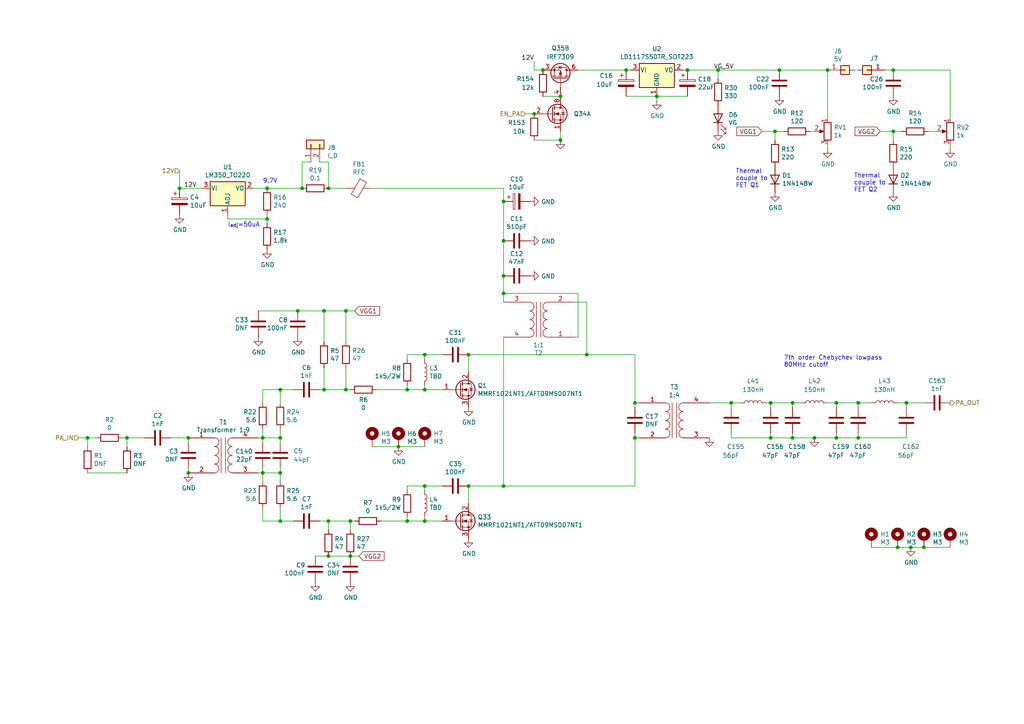
<source format=kicad_sch>
(kicad_sch (version 20211123) (generator eeschema)
  (paper "A4")
  (title_block (title "DART-70 TRX") (date "2023-02-02") (rev "0") (company "HB9EGM") (comment 1 "A 4m Band SSB/CW Transceiver") (comment 2 "Power Amplifier"))
  (lib_symbols
    (symbol "Connector_Generic:Conn_01x01" (pin_names (offset 1.016) hide)
      (property "Reference" "J" (at 0 2.54 0))
      (property "Value" "Conn_01x01" (at 0 -2.54 0))
      (symbol "Conn_01x01_1_1"
        (pin passive line (at -5.08 0 0) (length 3.81) (name "Pin_1") (number "1"))
      )
    )
    (symbol "Connector_Generic:Conn_01x02" (pin_names (offset 1.016) hide)
      (property "Reference" "J" (at 0 2.54 0))
      (property "Value" "Conn_01x02" (at 0 -5.08 0))
      (symbol "Conn_01x02_1_1"
        (pin passive line (at -5.08 0 0) (length 3.81) (name "Pin_1") (number "1"))
        (pin passive line (at -5.08 -2.54 0) (length 3.81) (name "Pin_2") (number "2"))
      )
    )
    (symbol "Device:C" (pin_numbers hide) (pin_names (offset 0.254))
      (property "Reference" "C" (at 0.635 2.54 0))
      (property "Value" "C" (at 0.635 -2.54 0))
      (symbol "C_1_1"
        (pin passive line (at 0 3.81 270) (length 2.794) (name "~") (number "1"))
        (pin passive line (at 0 -3.81 90) (length 2.794) (name "~") (number "2"))
      )
    )
    (symbol "Device:C_Polarized" (pin_numbers hide) (pin_names (offset 0.254))
      (property "Reference" "C" (at 0.635 2.54 0))
      (property "Value" "C_Polarized" (at 0.635 -2.54 0))
      (symbol "C_Polarized_1_1"
        (pin passive line (at 0 3.81 270) (length 2.794) (name "~") (number "1"))
        (pin passive line (at 0 -3.81 90) (length 2.794) (name "~") (number "2"))
      )
    )
    (symbol "Device:FerriteBead" (pin_numbers hide) (pin_names (offset 0))
      (property "Reference" "FB" (at -3.81 0.635 90))
      (property "Value" "FerriteBead" (at 3.81 0 90))
      (symbol "FerriteBead_1_1"
        (pin passive line (at 0 3.81 270) (length 2.54) (name "~") (number "1"))
        (pin passive line (at 0 -3.81 90) (length 2.54) (name "~") (number "2"))
      )
    )
    (symbol "Device:L" (pin_numbers hide) (pin_names (offset 1.016) hide)
      (property "Reference" "L" (at -1.27 0 90))
      (property "Value" "L" (at 1.905 0 90))
      (symbol "L_1_1"
        (pin passive line (at 0 3.81 270) (length 1.27) (name "1") (number "1"))
        (pin passive line (at 0 -3.81 90) (length 1.27) (name "2") (number "2"))
      )
    )
    (symbol "Device:LED" (pin_numbers hide) (pin_names (offset 1.016) hide)
      (property "Reference" "D" (at 0 2.54 0))
      (property "Value" "LED" (at 0 -2.54 0))
      (symbol "LED_1_1"
        (pin passive line (at -3.81 0 0) (length 2.54) (name "K") (number "1"))
        (pin passive line (at 3.81 0 180) (length 2.54) (name "A") (number "2"))
      )
    )
    (symbol "Device:Q_NMOS_GDS" (pin_names (offset 0) hide)
      (property "Reference" "Q" (at 5.08 1.27 0))
      (property "Value" "Q_NMOS_GDS" (at 5.08 -1.27 0))
      (symbol "Q_NMOS_GDS_1_1"
        (pin input line (at -5.08 0 0) (length 2.54) (name "G") (number "1"))
        (pin passive line (at 2.54 5.08 270) (length 2.54) (name "D") (number "2"))
        (pin passive line (at 2.54 -5.08 90) (length 2.54) (name "S") (number "3"))
      )
    )
    (symbol "Device:R" (pin_numbers hide) (pin_names (offset 0))
      (property "Reference" "R" (at 2.032 0 90))
      (property "Value" "R" (at 0 0 90))
      (symbol "R_1_1"
        (pin passive line (at 0 3.81 270) (length 1.27) (name "~") (number "1"))
        (pin passive line (at 0 -3.81 90) (length 1.27) (name "~") (number "2"))
      )
    )
    (symbol "Device:R_Potentiometer" (pin_names (offset 1.016) hide)
      (property "Reference" "RV" (at -4.445 0 90))
      (property "Value" "R_Potentiometer" (at -2.54 0 90))
      (symbol "R_Potentiometer_1_1"
        (pin passive line (at 0 3.81 270) (length 1.27) (name "1") (number "1"))
        (pin passive line (at 3.81 0 180) (length 1.27) (name "2") (number "2"))
        (pin passive line (at 0 -3.81 90) (length 1.27) (name "3") (number "3"))
      )
    )
    (symbol "Device:Transformer_1P_1S" (pin_names (offset 1.016) hide)
      (property "Reference" "T" (at 0 6.35 0))
      (property "Value" "Transformer_1P_1S" (at 0 -7.62 0))
      (symbol "Transformer_1P_1S_1_1"
        (pin passive line (at -10.16 5.08 0) (length 7.62) (name "AA") (number "1"))
        (pin passive line (at -10.16 -5.08 0) (length 7.62) (name "AB") (number "2"))
        (pin passive line (at 10.16 -5.08 180) (length 7.62) (name "SA") (number "3"))
        (pin passive line (at 10.16 5.08 180) (length 7.62) (name "SB") (number "4"))
      )
    )
    (symbol "Diode:1N4148W" (pin_numbers hide) (pin_names hide)
      (property "Reference" "D" (at 0 2.54 0))
      (property "Value" "1N4148W" (at 0 -2.54 0))
      (symbol "1N4148W_1_1"
        (pin passive line (at -3.81 0 0) (length 2.54) (name "K") (number "1"))
        (pin passive line (at 3.81 0 180) (length 2.54) (name "A") (number "2"))
      )
    )
    (symbol "Mechanical:MountingHole_Pad" (pin_numbers hide) (pin_names (offset 1.016) hide)
      (property "Reference" "H" (at 0 6.35 0))
      (property "Value" "MountingHole_Pad" (at 0 4.445 0))
      (symbol "MountingHole_Pad_1_1"
        (pin input line (at 0 -2.54 90) (length 2.54) (name "1") (number "1"))
      )
    )
    (symbol "Regulator_Linear:LD1117S50TR_SOT223" (pin_names (offset 0.254))
      (property "Reference" "U" (at -3.81 3.175 0))
      (property "Value" "LD1117S50TR_SOT223" (at 0 3.175 0))
      (symbol "LD1117S50TR_SOT223_1_1"
        (pin power_in line (at 0 -7.62 90) (length 2.54) (name "GND") (number "1"))
        (pin power_out line (at 7.62 0 180) (length 2.54) (name "VO") (number "2"))
        (pin power_in line (at -7.62 0 0) (length 2.54) (name "VI") (number "3"))
      )
    )
    (symbol "Regulator_Linear:LM350_TO220" (pin_names (offset 0.254))
      (property "Reference" "U" (at -3.81 3.175 0))
      (property "Value" "LM350_TO220" (at 0 3.175 0))
      (symbol "LM350_TO220_1_1"
        (pin input line (at 0 -7.62 90) (length 2.54) (name "ADJ") (number "1"))
        (pin power_out line (at 7.62 0 180) (length 2.54) (name "VO") (number "2"))
        (pin power_in line (at -7.62 0 0) (length 2.54) (name "VI") (number "3"))
      )
    )
    (symbol "Transistor_FET:IRF7309IPBF" (pin_names hide)
      (property "Reference" "Q" (at 5.08 1.905 0))
      (property "Value" "IRF7309IPBF" (at 5.08 0 0))
      (symbol "IRF7309IPBF_1_1"
        (pin passive line (at 2.54 -5.08 90) (length 2.54) (name "S") (number "1"))
        (pin input line (at -5.08 0 0) (length 2.54) (name "G") (number "2"))
        (pin passive line (at 2.54 5.08 270) (length 2.54) hide (name "D") (number "7"))
        (pin passive line (at 2.54 5.08 270) (length 2.54) (name "D") (number "8"))
      )
      (symbol "IRF7309IPBF_2_1"
        (pin passive line (at 2.54 -5.08 90) (length 2.54) (name "1") (number "3"))
        (pin input line (at -5.08 0 0) (length 2.54) (name "G") (number "4"))
        (pin passive line (at 2.54 5.08 270) (length 2.54) hide (name "D") (number "5"))
        (pin passive line (at 2.54 5.08 270) (length 2.54) (name "D") (number "6"))
      )
    )
    (symbol "power:GND" (power) (pin_names (offset 0))
      (property "Value" "GND" (at 0 -3.81 0))
      (symbol "GND_1_1"
        (pin power_in line (at 0 0 270) (length 0) hide (name "GND") (number "1"))
      )
    )
  )
  (junction (at 259.08 20.32))
  (junction (at 100.33 113.03))
  (junction (at 223.52 116.84))
  (junction (at 229.87 127))
  (junction (at 118.11 113.03))
  (junction (at 248.92 127))
  (junction (at 146.05 140.97))
  (junction (at 87.63 54.61))
  (junction (at 260.35 158.75))
  (junction (at 184.15 116.84))
  (junction (at 154.94 33.02))
  (junction (at 93.98 90.17))
  (junction (at 236.22 127))
  (junction (at 146.05 58.42))
  (junction (at 162.56 40.64))
  (junction (at 86.36 90.17))
  (junction (at 190.5 27.94))
  (junction (at 264.16 158.75))
  (junction (at 115.57 129.54))
  (junction (at 36.83 127))
  (junction (at 212.09 116.84))
  (junction (at 100.33 90.17))
  (junction (at 146.05 80.01))
  (junction (at 259.08 38.1))
  (junction (at 240.03 20.32))
  (junction (at 170.18 102.87))
  (junction (at 135.89 140.97))
  (junction (at 184.15 127))
  (junction (at 81.28 113.03))
  (junction (at 54.61 137.16))
  (junction (at 123.19 102.87))
  (junction (at 123.19 151.13))
  (junction (at 199.39 20.32))
  (junction (at 118.11 151.13))
  (junction (at 224.79 38.1))
  (junction (at 81.28 137.16))
  (junction (at 95.25 54.61))
  (junction (at 95.25 151.13))
  (junction (at 267.97 158.75))
  (junction (at 248.92 116.84))
  (junction (at 52.07 54.61))
  (junction (at 76.2 137.16))
  (junction (at 135.89 102.87))
  (junction (at 242.57 116.84))
  (junction (at 146.05 69.85))
  (junction (at 81.28 151.13))
  (junction (at 229.87 116.84))
  (junction (at 93.98 113.03))
  (junction (at 77.47 63.5))
  (junction (at 123.19 113.03))
  (junction (at 95.25 161.29))
  (junction (at 242.57 127))
  (junction (at 157.48 20.32))
  (junction (at 223.52 127))
  (junction (at 54.61 127))
  (junction (at 208.28 20.32))
  (junction (at 146.05 85.09))
  (junction (at 101.6 161.29))
  (junction (at 25.4 127))
  (junction (at 77.47 54.61))
  (junction (at 226.06 20.32))
  (junction (at 81.28 127))
  (junction (at 181.61 20.32))
  (junction (at 162.56 27.94))
  (junction (at 262.89 116.84))
  (junction (at 101.6 151.13))
  (junction (at 123.19 140.97))
  (junction (at 76.2 127))
  (wire (pts (xy 100.33 99.06) (xy 100.33 90.17)))
  (wire (pts (xy 262.89 125.73) (xy 262.89 127)))
  (wire (pts (xy 223.52 116.84) (xy 229.87 116.84)))
  (wire (pts (xy 93.98 113.03) (xy 93.98 106.68)))
  (wire (pts (xy 166.37 87.63) (xy 170.18 87.63)))
  (wire (pts (xy 81.28 124.46) (xy 81.28 127)))
  (wire (pts (xy 212.09 118.11) (xy 212.09 116.84)))
  (wire (pts (xy 76.2 135.89) (xy 76.2 137.16)))
  (wire (pts (xy 76.2 139.7) (xy 76.2 137.16)))
  (wire (pts (xy 101.6 151.13) (xy 95.25 151.13)))
  (wire (pts (xy 76.2 137.16) (xy 74.93 137.16)))
  (wire (pts (xy 81.28 139.7) (xy 81.28 137.16)))
  (wire (pts (xy 146.05 97.79) (xy 146.05 140.97)))
  (wire (pts (xy 229.87 125.73) (xy 229.87 127)))
  (wire (pts (xy 123.19 140.97) (xy 118.11 140.97)))
  (wire (pts (xy 242.57 125.73) (xy 242.57 127)))
  (wire (pts (xy 85.09 113.03) (xy 81.28 113.03)))
  (wire (pts (xy 259.08 38.1) (xy 261.62 38.1)))
  (wire (pts (xy 198.12 20.32) (xy 199.39 20.32)))
  (wire (pts (xy 135.89 140.97) (xy 146.05 140.97)))
  (wire (pts (xy 100.33 113.03) (xy 101.6 113.03)))
  (wire (pts (xy 146.05 54.61) (xy 146.05 58.42)))
  (wire (pts (xy 262.89 116.84) (xy 267.97 116.84)))
  (wire (pts (xy 212.09 127) (xy 212.09 125.73)))
  (wire (pts (xy 152.4 33.02) (xy 154.94 33.02)))
  (wire (pts (xy 275.59 34.29) (xy 275.59 20.32)))
  (wire (pts (xy 184.15 125.73) (xy 184.15 127)))
  (wire (pts (xy 123.19 113.03) (xy 128.27 113.03)))
  (wire (pts (xy 95.25 161.29) (xy 101.6 161.29)))
  (wire (pts (xy 223.52 125.73) (xy 223.52 127)))
  (wire (pts (xy 101.6 161.29) (xy 104.14 161.29)))
  (wire (pts (xy 260.35 158.75) (xy 264.16 158.75)))
  (wire (pts (xy 93.98 99.06) (xy 93.98 90.17)))
  (wire (pts (xy 184.15 116.84) (xy 184.15 118.11)))
  (wire (pts (xy 157.48 27.94) (xy 162.56 27.94)))
  (wire (pts (xy 92.71 46.99) (xy 95.25 46.99)))
  (wire (pts (xy 123.19 111.76) (xy 123.19 113.03)))
  (wire (pts (xy 118.11 111.76) (xy 118.11 113.03)))
  (wire (pts (xy 123.19 104.14) (xy 123.19 102.87)))
  (wire (pts (xy 229.87 127) (xy 223.52 127)))
  (wire (pts (xy 102.87 90.17) (xy 100.33 90.17)))
  (wire (pts (xy 128.27 140.97) (xy 123.19 140.97)))
  (wire (pts (xy 222.25 116.84) (xy 223.52 116.84)))
  (wire (pts (xy 248.92 116.84) (xy 242.57 116.84)))
  (wire (pts (xy 262.89 116.84) (xy 262.89 118.11)))
  (wire (pts (xy 162.56 38.1) (xy 162.56 40.64)))
  (wire (pts (xy 76.2 113.03) (xy 81.28 113.03)))
  (wire (pts (xy 52.07 54.61) (xy 58.42 54.61)))
  (wire (pts (xy 76.2 127) (xy 76.2 128.27)))
  (wire (pts (xy 81.28 127) (xy 76.2 127)))
  (wire (pts (xy 22.86 127) (xy 25.4 127)))
  (wire (pts (xy 205.74 116.84) (xy 212.09 116.84)))
  (wire (pts (xy 166.37 97.79) (xy 167.64 97.79)))
  (wire (pts (xy 36.83 129.54) (xy 36.83 127)))
  (wire (pts (xy 25.4 127) (xy 27.94 127)))
  (wire (pts (xy 93.98 90.17) (xy 86.36 90.17)))
  (wire (pts (xy 267.97 158.75) (xy 275.59 158.75)))
  (wire (pts (xy 66.04 63.5) (xy 77.47 63.5)))
  (wire (pts (xy 223.52 116.84) (xy 223.52 118.11)))
  (wire (pts (xy 81.28 135.89) (xy 81.28 137.16)))
  (wire (pts (xy 242.57 127) (xy 236.22 127)))
  (wire (pts (xy 181.61 27.94) (xy 190.5 27.94)))
  (wire (pts (xy 162.56 40.64) (xy 154.94 40.64)))
  (wire (pts (xy 66.04 63.5) (xy 66.04 62.23)))
  (wire (pts (xy 252.73 116.84) (xy 248.92 116.84)))
  (wire (pts (xy 73.66 54.61) (xy 77.47 54.61)))
  (wire (pts (xy 107.95 54.61) (xy 146.05 54.61)))
  (wire (pts (xy 256.54 20.32) (xy 259.08 20.32)))
  (wire (pts (xy 36.83 137.16) (xy 25.4 137.16)))
  (wire (pts (xy 259.08 40.64) (xy 259.08 38.1)))
  (wire (pts (xy 123.19 151.13) (xy 128.27 151.13)))
  (wire (pts (xy 100.33 90.17) (xy 93.98 90.17)))
  (wire (pts (xy 49.53 127) (xy 54.61 127)))
  (wire (pts (xy 236.22 127) (xy 229.87 127)))
  (wire (pts (xy 81.28 113.03) (xy 81.28 116.84)))
  (wire (pts (xy 242.57 116.84) (xy 242.57 118.11)))
  (polyline (pts (xy 246.38 20.32) (xy 250.19 20.32)))
  (wire (pts (xy 95.25 54.61) (xy 95.25 46.99)))
  (wire (pts (xy 123.19 142.24) (xy 123.19 140.97)))
  (wire (pts (xy 135.89 107.95) (xy 135.89 102.87)))
  (wire (pts (xy 242.57 116.84) (xy 240.03 116.84)))
  (wire (pts (xy 264.16 158.75) (xy 267.97 158.75)))
  (wire (pts (xy 81.28 137.16) (xy 76.2 137.16)))
  (wire (pts (xy 240.03 34.29) (xy 240.03 20.32)))
  (wire (pts (xy 224.79 40.64) (xy 224.79 38.1)))
  (wire (pts (xy 101.6 153.67) (xy 101.6 151.13)))
  (wire (pts (xy 262.89 127) (xy 248.92 127)))
  (wire (pts (xy 123.19 102.87) (xy 118.11 102.87)))
  (wire (pts (xy 54.61 135.89) (xy 54.61 137.16)))
  (wire (pts (xy 248.92 116.84) (xy 248.92 118.11)))
  (wire (pts (xy 35.56 127) (xy 36.83 127)))
  (wire (pts (xy 76.2 116.84) (xy 76.2 113.03)))
  (wire (pts (xy 76.2 127) (xy 74.93 127)))
  (wire (pts (xy 95.25 54.61) (xy 100.33 54.61)))
  (wire (pts (xy 199.39 20.32) (xy 208.28 20.32)))
  (wire (pts (xy 91.44 161.29) (xy 95.25 161.29)))
  (wire (pts (xy 115.57 129.54) (xy 123.19 129.54)))
  (wire (pts (xy 167.64 20.32) (xy 181.61 20.32)))
  (wire (pts (xy 109.22 113.03) (xy 118.11 113.03)))
  (wire (pts (xy 275.59 43.18) (xy 275.59 41.91)))
  (wire (pts (xy 76.2 124.46) (xy 76.2 127)))
  (wire (pts (xy 190.5 27.94) (xy 199.39 27.94)))
  (wire (pts (xy 181.61 20.32) (xy 182.88 20.32)))
  (wire (pts (xy 118.11 151.13) (xy 123.19 151.13)))
  (wire (pts (xy 118.11 149.86) (xy 118.11 151.13)))
  (wire (pts (xy 135.89 102.87) (xy 170.18 102.87)))
  (wire (pts (xy 118.11 113.03) (xy 123.19 113.03)))
  (wire (pts (xy 252.73 158.75) (xy 260.35 158.75)))
  (wire (pts (xy 269.24 38.1) (xy 271.78 38.1)))
  (wire (pts (xy 224.79 38.1) (xy 220.98 38.1)))
  (wire (pts (xy 128.27 102.87) (xy 123.19 102.87)))
  (wire (pts (xy 81.28 128.27) (xy 81.28 127)))
  (wire (pts (xy 77.47 64.77) (xy 77.47 63.5)))
  (wire (pts (xy 77.47 63.5) (xy 77.47 62.23)))
  (wire (pts (xy 76.2 151.13) (xy 76.2 147.32)))
  (wire (pts (xy 240.03 43.18) (xy 240.03 41.91)))
  (wire (pts (xy 184.15 127) (xy 185.42 127)))
  (wire (pts (xy 229.87 116.84) (xy 232.41 116.84)))
  (wire (pts (xy 227.33 38.1) (xy 224.79 38.1)))
  (wire (pts (xy 146.05 80.01) (xy 146.05 85.09)))
  (wire (pts (xy 190.5 29.21) (xy 190.5 27.94)))
  (wire (pts (xy 25.4 129.54) (xy 25.4 127)))
  (wire (pts (xy 36.83 127) (xy 41.91 127)))
  (wire (pts (xy 255.27 38.1) (xy 259.08 38.1)))
  (wire (pts (xy 135.89 140.97) (xy 135.89 146.05)))
  (wire (pts (xy 93.98 113.03) (xy 100.33 113.03)))
  (wire (pts (xy 167.64 97.79) (xy 167.64 85.09)))
  (wire (pts (xy 208.28 22.86) (xy 208.28 20.32)))
  (wire (pts (xy 95.25 153.67) (xy 95.25 151.13)))
  (wire (pts (xy 77.47 54.61) (xy 87.63 54.61)))
  (wire (pts (xy 154.94 17.78) (xy 154.94 20.32)))
  (wire (pts (xy 184.15 116.84) (xy 184.15 102.87)))
  (wire (pts (xy 167.64 85.09) (xy 146.05 85.09)))
  (wire (pts (xy 229.87 118.11) (xy 229.87 116.84)))
  (wire (pts (xy 95.25 151.13) (xy 92.71 151.13)))
  (wire (pts (xy 102.87 151.13) (xy 101.6 151.13)))
  (wire (pts (xy 154.94 20.32) (xy 157.48 20.32)))
  (wire (pts (xy 184.15 140.97) (xy 184.15 127)))
  (wire (pts (xy 170.18 87.63) (xy 170.18 102.87)))
  (wire (pts (xy 146.05 140.97) (xy 184.15 140.97)))
  (wire (pts (xy 184.15 102.87) (xy 170.18 102.87)))
  (wire (pts (xy 275.59 20.32) (xy 259.08 20.32)))
  (wire (pts (xy 146.05 85.09) (xy 146.05 87.63)))
  (wire (pts (xy 107.95 129.54) (xy 115.57 129.54)))
  (wire (pts (xy 248.92 125.73) (xy 248.92 127)))
  (wire (pts (xy 81.28 151.13) (xy 81.28 147.32)))
  (wire (pts (xy 240.03 20.32) (xy 226.06 20.32)))
  (wire (pts (xy 248.92 127) (xy 242.57 127)))
  (wire (pts (xy 54.61 128.27) (xy 54.61 127)))
  (wire (pts (xy 234.95 38.1) (xy 236.22 38.1)))
  (wire (pts (xy 118.11 102.87) (xy 118.11 104.14)))
  (wire (pts (xy 146.05 58.42) (xy 146.05 69.85)))
  (wire (pts (xy 118.11 140.97) (xy 118.11 142.24)))
  (wire (pts (xy 260.35 116.84) (xy 262.89 116.84)))
  (wire (pts (xy 110.49 151.13) (xy 118.11 151.13)))
  (wire (pts (xy 52.07 49.53) (xy 52.07 54.61)))
  (wire (pts (xy 212.09 116.84) (xy 214.63 116.84)))
  (wire (pts (xy 185.42 116.84) (xy 184.15 116.84)))
  (wire (pts (xy 100.33 106.68) (xy 100.33 113.03)))
  (wire (pts (xy 146.05 69.85) (xy 146.05 80.01)))
  (wire (pts (xy 208.28 20.32) (xy 226.06 20.32)))
  (wire (pts (xy 90.17 46.99) (xy 87.63 46.99)))
  (wire (pts (xy 85.09 151.13) (xy 81.28 151.13)))
  (wire (pts (xy 81.28 151.13) (xy 76.2 151.13)))
  (wire (pts (xy 123.19 149.86) (xy 123.19 151.13)))
  (wire (pts (xy 87.63 46.99) (xy 87.63 54.61)))
  (wire (pts (xy 223.52 127) (xy 212.09 127)))
  (wire (pts (xy 92.71 113.03) (xy 93.98 113.03)))
  (wire (pts (xy 74.93 90.17) (xy 86.36 90.17)))
  (text "Thermal\ncouple to\nFET Q2" (at 247.65 55.88 0) (effects (font (size 1.27 1.27)) (justify left bottom)))
  (text "9.7V" (at 76.2 53.34 0) (effects (font (size 1.27 1.27)) (justify left bottom)))
  (text "Thermal\ncouple to\nFET Q1" (at 213.36 54.61 0) (effects (font (size 1.27 1.27)) (justify left bottom)))
  (text "I_{adj}=50uA" (at 66.04 66.04 0) (effects (font (size 1.27 1.27)) (justify left bottom)))
  (text "7th order Chebychev lowpass\n80MHz cutoff" (at 227.33 106.68 0) (effects (font (size 1.27 1.27)) (justify left bottom)))
  (label "12V" (at 53.34 54.61 0))
  (label "VG_5V" (at 207.01 20.32 0))
  (label "12V" (at 154.94 17.78 180))
  (global_label "VGG2" (shape input) (at 104.14 161.29 0) (property "Intersheet References" "${INTERSHEET_REFS}" (effects hide)))
  (global_label "VGG1" (shape input) (at 102.87 90.17 0) (property "Intersheet References" "${INTERSHEET_REFS}" (effects hide)))
  (global_label "VGG2" (shape input) (at 255.27 38.1 180) (property "Intersheet References" "${INTERSHEET_REFS}" (effects hide)))
  (global_label "VGG1" (shape input) (at 220.98 38.1 180) (property "Intersheet References" "${INTERSHEET_REFS}" (effects hide)))
  (hierarchical_label "EN_PA" (shape input) (at 152.4 33.02 180))
  (hierarchical_label "PA_OUT" (shape output) (at 275.59 116.84 0))
  (hierarchical_label "12V" (shape input) (at 52.07 49.53 180))
  (hierarchical_label "PA_IN" (shape input) (at 22.86 127 180))
  (symbol (lib_id "Device:R") (at 224.79 44.45 0) (unit 1)
    (property "Reference" "R13" (at 226.568 43.2816 0) (effects (justify left)))
    (property "Value" "220" (at 226.568 45.593 0) (effects (justify left)))
    (property "Footprint" "Resistor_SMD:R_0805_2012Metric" (effects hide))
    (property "Need_order" "0" (effects hide))
  )
  (symbol (lib_id "Device:Transformer_1P_1S") (at 195.58 121.92 0) (unit 1)
    (property "Reference" "T3" (at 195.58 112.2426 0))
    (property "Value" "1:4" (at 195.58 114.554 0))
    (property "Footprint" "mmrf1021-pa:four_4mm_pads" (effects hide))
    (property "Need_order" "0" (effects hide))
  )
  (symbol (lib_id "Device:C") (at 184.15 121.92 180) (unit 1)
    (property "Reference" "C17" (at 187.071 120.7516 0) (effects (justify right)))
    (property "Value" "DNF" (at 187.071 123.063 0) (effects (justify right)))
    (property "Footprint" "mmrf1021-pa:two_2mm_pads" (effects hide))
    (property "Need_order" "0" (effects hide))
  )
  (symbol (lib_id "Device:C") (at 45.72 127 270) (unit 1)
    (property "Reference" "C2" (at 45.72 120.5992 90))
    (property "Value" "1nF" (at 45.72 122.9106 90))
    (property "Footprint" "Capacitor_SMD:C_0805_2012Metric" (effects hide))
    (property "MPN" "885612007040/VJ0805A102GXXPW1BC" (effects hide))
    (property "Need_order" "0" (effects hide))
  )
  (symbol (lib_id "Device:R_Potentiometer") (at 240.03 38.1 0) (mirror y) (unit 1)
    (property "Reference" "RV1" (at 241.808 36.9316 0) (effects (justify right)))
    (property "Value" "1k" (at 241.808 39.243 0) (effects (justify right)))
    (property "Footprint" "Potentiometer_SMD:Potentiometer_Bourns_3214W_Vertical" (effects hide))
    (property "MPN" "Bourns 3214W-1-102E" (effects hide))
    (property "Need_order" "0" (effects hide))
  )
  (symbol (lib_id "Device:C") (at 226.06 24.13 180) (unit 1)
    (property "Reference" "C22" (at 223.1644 22.9616 0) (effects (justify left)))
    (property "Value" "100nF" (at 223.1644 25.273 0) (effects (justify left)))
    (property "Footprint" "Capacitor_SMD:C_0805_2012Metric" (effects hide))
    (property "MPN" "GRM188R71H104KA93D" (effects hide))
    (property "Need_order" "0" (effects hide))
  )
  (symbol (lib_id "power:GND") (at 226.06 27.94 0) (unit 1)
    (property "Reference" "#PWR023" (effects hide))
    (property "Value" "GND" (at 226.187 32.3342 0))
  )
  (symbol (lib_id "Mechanical:MountingHole_Pad") (at 252.73 156.21 0) (unit 1)
    (property "Reference" "H1" (at 255.27 154.9654 0) (effects (justify left)))
    (property "Value" "M3" (at 255.27 157.2768 0) (effects (justify left)))
    (property "Footprint" "MountingHole:MountingHole_3.2mm_M3_DIN965_Pad" (effects hide))
    (property "Need_order" "0" (effects hide))
  )
  (symbol (lib_id "Mechanical:MountingHole_Pad") (at 260.35 156.21 0) (unit 1)
    (property "Reference" "H2" (at 262.89 154.9654 0) (effects (justify left)))
    (property "Value" "M3" (at 262.89 157.2768 0) (effects (justify left)))
    (property "Footprint" "MountingHole:MountingHole_3.2mm_M3_DIN965_Pad" (effects hide))
    (property "Need_order" "0" (effects hide))
  )
  (symbol (lib_id "Mechanical:MountingHole_Pad") (at 267.97 156.21 0) (unit 1)
    (property "Reference" "H3" (at 270.51 154.9654 0) (effects (justify left)))
    (property "Value" "M3" (at 270.51 157.2768 0) (effects (justify left)))
    (property "Footprint" "MountingHole:MountingHole_3.2mm_M3_DIN965_Pad" (effects hide))
    (property "Need_order" "0" (effects hide))
  )
  (symbol (lib_id "Mechanical:MountingHole_Pad") (at 275.59 156.21 0) (unit 1)
    (property "Reference" "H4" (at 278.13 154.9654 0) (effects (justify left)))
    (property "Value" "M3" (at 278.13 157.2768 0) (effects (justify left)))
    (property "Footprint" "MountingHole:MountingHole_3.2mm_M3_DIN965_Pad" (effects hide))
    (property "Need_order" "0" (effects hide))
  )
  (symbol (lib_id "power:GND") (at 264.16 158.75 0) (unit 1)
    (property "Reference" "#PWR08" (effects hide))
    (property "Value" "GND" (at 264.287 163.1442 0))
  )
  (symbol (lib_id "Diode:1N4148W") (at 224.79 52.07 90) (unit 1)
    (property "Reference" "D1" (at 226.822 50.9016 90) (effects (justify right)))
    (property "Value" "1N4148W" (at 226.822 53.213 90) (effects (justify right)))
    (property "Footprint" "Diode_SMD:D_SOD-123F" (effects hide))
    (property "Datasheet" "/home/bram/Sync/Doc/Datasheet/1N4148W-7-F.pdf" (effects hide))
    (property "MPN" "1N4148W-7-F" (effects hide))
    (property "Need_order" "1" (effects hide))
  )
  (symbol (lib_id "power:GND") (at 224.79 55.88 0) (unit 1)
    (property "Reference" "#PWR024" (effects hide))
    (property "Value" "GND" (at 224.917 60.2742 0))
  )
  (symbol (lib_id "Mechanical:MountingHole_Pad") (at 123.19 127 0) (unit 1)
    (property "Reference" "H7" (at 125.73 125.7554 0) (effects (justify left)))
    (property "Value" "M3" (at 125.73 128.0668 0) (effects (justify left)))
    (property "Footprint" "MountingHole:MountingHole_3.2mm_M3_DIN965_Pad" (effects hide))
    (property "Need_order" "0" (effects hide))
  )
  (symbol (lib_id "Device:R") (at 100.33 102.87 0) (unit 1)
    (property "Reference" "R26" (at 102.108 101.7016 0) (effects (justify left)))
    (property "Value" "47" (at 102.108 104.013 0) (effects (justify left)))
    (property "Footprint" "Resistor_SMD:R_0805_2012Metric" (effects hide))
    (property "Need_order" "0" (effects hide))
  )
  (symbol (lib_id "Device:R") (at 101.6 157.48 0) (unit 1)
    (property "Reference" "R27" (at 103.378 156.3116 0) (effects (justify left)))
    (property "Value" "47" (at 103.378 158.623 0) (effects (justify left)))
    (property "Footprint" "Resistor_SMD:R_0805_2012Metric" (effects hide))
    (property "Need_order" "0" (effects hide))
  )
  (symbol (lib_id "Device:R") (at 81.28 143.51 0) (unit 1)
    (property "Reference" "R25" (at 83.058 142.3416 0) (effects (justify left)))
    (property "Value" "5.6" (at 83.058 144.653 0) (effects (justify left)))
    (property "Footprint" "Resistor_SMD:R_0805_2012Metric" (effects hide))
    (property "Need_order" "0" (effects hide))
  )
  (symbol (lib_id "Device:R") (at 76.2 143.51 0) (unit 1)
    (property "Reference" "R23" (at 74.4474 142.3416 0) (effects (justify right)))
    (property "Value" "5.6" (at 74.4474 144.653 0) (effects (justify right)))
    (property "Footprint" "Resistor_SMD:R_0805_2012Metric" (effects hide))
    (property "Need_order" "0" (effects hide))
  )
  (symbol (lib_id "Device:Transformer_1P_1S") (at 64.77 132.08 0) (unit 1)
    (property "Reference" "T1" (at 64.77 122.4026 0))
    (property "Value" "Transformer 1:9" (at 64.77 124.714 0))
    (property "Footprint" "mmrf1021-pa:four_4mm_pads_narrow" (effects hide))
    (property "Need_order" "0" (effects hide))
  )
  (symbol (lib_id "power:GND") (at 54.61 137.16 0) (unit 1)
    (property "Reference" "#PWR03" (effects hide))
    (property "Value" "GND" (at 54.737 141.5542 0))
  )
  (symbol (lib_id "Device:C") (at 54.61 132.08 180) (unit 1)
    (property "Reference" "C3" (at 51.7144 130.9116 0) (effects (justify left)))
    (property "Value" "DNF" (at 51.7144 133.223 0) (effects (justify left)))
    (property "Footprint" "Capacitor_SMD:C_0805_2012Metric" (effects hide))
    (property "Need_order" "0" (effects hide))
  )
  (symbol (lib_id "Device:R") (at 81.28 120.65 0) (unit 1)
    (property "Reference" "R24" (at 83.058 119.4816 0) (effects (justify left)))
    (property "Value" "5.6" (at 83.058 121.793 0) (effects (justify left)))
    (property "Footprint" "Resistor_SMD:R_0805_2012Metric" (effects hide))
    (property "Need_order" "0" (effects hide))
  )
  (symbol (lib_id "Device:R") (at 76.2 120.65 0) (unit 1)
    (property "Reference" "R22" (at 74.4474 119.4816 0) (effects (justify right)))
    (property "Value" "5.6" (at 74.4474 121.793 0) (effects (justify right)))
    (property "Footprint" "Resistor_SMD:R_0805_2012Metric" (effects hide))
    (property "Need_order" "0" (effects hide))
  )
  (symbol (lib_id "Device:C") (at 81.28 132.08 180) (unit 1)
    (property "Reference" "C5" (at 85.09 130.8099 0) (effects (justify right)))
    (property "Value" "44pF" (at 85.09 133.3499 0) (effects (justify right)))
    (property "Footprint" "Capacitor_SMD:C_0805_2012Metric" (effects hide))
    (property "MPN" "GQM2195C2E220JB2D" (effects hide))
    (property "Need_order" "0" (effects hide))
  )
  (symbol (lib_id "Device:C") (at 88.9 113.03 90) (unit 1)
    (property "Reference" "C6" (at 88.9 106.6292 90))
    (property "Value" "1nF" (at 88.9 108.9406 90))
    (property "Footprint" "Capacitor_SMD:C_0805_2012Metric" (effects hide))
    (property "MPN" "885612007040/VJ0805A102GXXPW1BC" (effects hide))
    (property "Need_order" "0" (effects hide))
  )
  (symbol (lib_id "Device:C") (at 88.9 151.13 90) (unit 1)
    (property "Reference" "C7" (at 88.9 144.7292 90))
    (property "Value" "1nF" (at 88.9 147.0406 90))
    (property "Footprint" "Capacitor_SMD:C_0805_2012Metric" (effects hide))
    (property "MPN" "885612007040/VJ0805A102GXXPW1BC" (effects hide))
    (property "Need_order" "0" (effects hide))
  )
  (symbol (lib_id "Device:R") (at 93.98 102.87 0) (unit 1)
    (property "Reference" "R5" (at 95.758 101.7016 0) (effects (justify left)))
    (property "Value" "47" (at 95.758 104.013 0) (effects (justify left)))
    (property "Footprint" "Resistor_SMD:R_0805_2012Metric" (effects hide))
    (property "Need_order" "0" (effects hide))
  )
  (symbol (lib_id "Device:C") (at 86.36 93.98 180) (unit 1)
    (property "Reference" "C8" (at 83.4644 92.8116 0) (effects (justify left)))
    (property "Value" "100nF" (at 83.4644 95.123 0) (effects (justify left)))
    (property "Footprint" "Capacitor_SMD:C_0805_2012Metric" (effects hide))
    (property "MPN" "GRM188R71H104KA93D" (effects hide))
    (property "Need_order" "0" (effects hide))
  )
  (symbol (lib_id "power:GND") (at 86.36 97.79 0) (unit 1)
    (property "Reference" "#PWR06" (effects hide))
    (property "Value" "GND" (at 86.487 102.1842 0))
  )
  (symbol (lib_id "Device:R") (at 95.25 157.48 0) (unit 1)
    (property "Reference" "R4" (at 97.028 156.3116 0) (effects (justify left)))
    (property "Value" "47" (at 97.028 158.623 0) (effects (justify left)))
    (property "Footprint" "Resistor_SMD:R_0805_2012Metric" (effects hide))
    (property "Need_order" "0" (effects hide))
  )
  (symbol (lib_id "power:GND") (at 91.44 168.91 0) (unit 1)
    (property "Reference" "#PWR07" (effects hide))
    (property "Value" "GND" (at 91.567 173.3042 0))
  )
  (symbol (lib_id "Device:R") (at 106.68 151.13 270) (unit 1)
    (property "Reference" "R7" (at 106.68 145.8722 90))
    (property "Value" "0" (at 106.68 148.1836 90))
    (property "Footprint" "Resistor_SMD:R_0805_2012Metric" (effects hide))
    (property "Need_order" "0" (effects hide))
  )
  (symbol (lib_id "Device:R") (at 105.41 113.03 270) (unit 1)
    (property "Reference" "R6" (at 105.41 115.951 90))
    (property "Value" "0" (at 105.41 118.2624 90))
    (property "Footprint" "Resistor_SMD:R_0805_2012Metric" (effects hide))
    (property "Need_order" "0" (effects hide))
  )
  (symbol (lib_id "Device:R") (at 118.11 146.05 0) (unit 1)
    (property "Reference" "R9" (at 116.332 144.8816 0) (effects (justify right)))
    (property "Value" "1k5/2W" (at 116.332 147.193 0) (effects (justify right)))
    (property "Footprint" "Resistor_SMD:R_0805_2012Metric" (effects hide))
    (property "Need_order" "0" (effects hide))
  )
  (symbol (lib_id "Device:L") (at 123.19 146.05 0) (unit 1)
    (property "Reference" "L4" (at 124.5108 144.8816 0) (effects (justify left)))
    (property "Value" "TBD" (at 124.5108 147.193 0) (effects (justify left)))
    (property "Footprint" "Inductor_SMD:L_1008_2520Metric" (effects hide))
  )
  (symbol (lib_id "power:GND") (at 101.6 168.91 0) (unit 1)
    (property "Reference" "#PWR0101" (effects hide))
    (property "Value" "GND" (at 101.727 173.3042 0))
  )
  (symbol (lib_id "Device:C") (at 101.6 165.1 180) (unit 1)
    (property "Reference" "C34" (at 98.7044 163.9316 0) (effects (justify left)))
    (property "Value" "DNF" (at 98.7044 166.243 0) (effects (justify left)))
    (property "Footprint" "Capacitor_SMD:C_0805_2012Metric" (effects hide))
    (property "Need_order" "0" (effects hide))
  )
  (symbol (lib_id "power:GND") (at 135.89 156.21 0) (unit 1)
    (property "Reference" "#PWR012" (effects hide))
    (property "Value" "GND" (at 136.017 160.6042 0))
  )
  (symbol (lib_id "Device:Transformer_1P_1S") (at 156.21 92.71 180) (unit 1)
    (property "Reference" "T2" (at 156.21 102.3874 0))
    (property "Value" "1:1" (at 156.21 100.076 0))
    (property "Footprint" "mmrf1021-pa:four_4mm_pads_narrow" (effects hide))
    (property "Need_order" "0" (effects hide))
  )
  (symbol (lib_id "Device:C") (at 74.93 93.98 180) (unit 1)
    (property "Reference" "C33" (at 72.0344 92.8116 0) (effects (justify left)))
    (property "Value" "DNF" (at 72.0344 95.123 0) (effects (justify left)))
    (property "Footprint" "Capacitor_SMD:C_0805_2012Metric" (effects hide))
    (property "Need_order" "0" (effects hide))
  )
  (symbol (lib_id "Device:Q_NMOS_GDS") (at 133.35 113.03 0) (unit 1)
    (property "Reference" "Q1" (at 138.5316 111.8616 0) (effects (justify left)))
    (property "Value" "MMRF1021NT1/AFT09MS007NT1" (at 138.5316 114.173 0) (effects (justify left)))
    (property "Footprint" "mmrf1021-pa:PLD-1.5W" (effects hide))
    (property "Need_order" "0" (effects hide))
  )
  (symbol (lib_id "Mechanical:MountingHole_Pad") (at 107.95 127 0) (unit 1)
    (property "Reference" "H5" (at 110.49 125.7554 0) (effects (justify left)))
    (property "Value" "M3" (at 110.49 128.0668 0) (effects (justify left)))
    (property "Footprint" "MountingHole:MountingHole_3.2mm_M3_DIN965_Pad" (effects hide))
    (property "Need_order" "0" (effects hide))
  )
  (symbol (lib_id "Mechanical:MountingHole_Pad") (at 115.57 127 0) (unit 1)
    (property "Reference" "H6" (at 118.11 125.7554 0) (effects (justify left)))
    (property "Value" "M3" (at 118.11 128.0668 0) (effects (justify left)))
    (property "Footprint" "MountingHole:MountingHole_3.2mm_M3_DIN965_Pad" (effects hide))
    (property "Need_order" "0" (effects hide))
  )
  (symbol (lib_id "power:GND") (at 115.57 129.54 0) (unit 1)
    (property "Reference" "#PWR09" (effects hide))
    (property "Value" "GND" (at 115.697 133.9342 0))
  )
  (symbol (lib_id "Device:R") (at 118.11 107.95 0) (unit 1)
    (property "Reference" "R8" (at 116.332 106.7816 0) (effects (justify right)))
    (property "Value" "1k5/2W" (at 116.332 109.093 0) (effects (justify right)))
    (property "Footprint" "Resistor_SMD:R_0805_2012Metric" (effects hide))
    (property "Need_order" "0" (effects hide))
  )
  (symbol (lib_id "Device:L") (at 123.19 107.95 0) (unit 1)
    (property "Reference" "L3" (at 124.5108 106.7816 0) (effects (justify left)))
    (property "Value" "TBD" (at 124.5108 109.093 0) (effects (justify left)))
    (property "Footprint" "Inductor_SMD:L_1008_2520Metric" (effects hide))
  )
  (symbol (lib_id "power:GND") (at 135.89 118.11 0) (unit 1)
    (property "Reference" "#PWR011" (effects hide))
    (property "Value" "GND" (at 136.017 122.5042 0))
  )
  (symbol (lib_id "power:GND") (at 74.93 97.79 0) (unit 1)
    (property "Reference" "#PWR0102" (effects hide))
    (property "Value" "GND" (at 75.057 102.1842 0))
  )
  (symbol (lib_id "Device:C") (at 149.86 80.01 270) (mirror x) (unit 1)
    (property "Reference" "C12" (at 149.86 73.6092 90))
    (property "Value" "47nF" (at 149.86 75.9206 90))
    (property "Footprint" "Capacitor_SMD:C_0805_2012Metric" (effects hide))
    (property "MPN" "C2012C0G1H333J125AA" (effects hide))
    (property "Need_order" "0" (effects hide))
  )
  (symbol (lib_id "Device:C") (at 149.86 69.85 270) (mirror x) (unit 1)
    (property "Reference" "C11" (at 149.86 63.4492 90))
    (property "Value" "510pF" (at 149.86 65.7606 90))
    (property "Footprint" "Capacitor_SMD:C_0805_2012Metric" (effects hide))
    (property "MPN" "GRM2165C2A511JA01D" (effects hide))
    (property "Need_order" "0" (effects hide))
  )
  (symbol (lib_id "power:GND") (at 153.67 80.01 90) (mirror x) (unit 1)
    (property "Reference" "#PWR015" (effects hide))
    (property "Value" "GND" (at 156.9212 80.137 90) (effects (justify right)))
  )
  (symbol (lib_id "power:GND") (at 153.67 69.85 90) (mirror x) (unit 1)
    (property "Reference" "#PWR014" (effects hide))
    (property "Value" "GND" (at 156.9212 69.977 90) (effects (justify right)))
  )
  (symbol (lib_id "Device:C_Polarized") (at 149.86 58.42 90) (mirror x) (unit 1)
    (property "Reference" "C10" (at 149.86 51.943 90))
    (property "Value" "10uF" (at 149.86 54.2544 90))
    (property "Footprint" "Capacitor_SMD:C_1210_3225Metric_Pad1.33x2.70mm_HandSolder" (effects hide))
    (property "MPN" "TAJA106K016RNJ" (effects hide))
    (property "Need_order" "0" (effects hide))
  )
  (symbol (lib_id "power:GND") (at 153.67 58.42 90) (mirror x) (unit 1)
    (property "Reference" "#PWR013" (effects hide))
    (property "Value" "GND" (at 156.9212 58.547 90) (effects (justify right)))
  )
  (symbol (lib_id "Device:FerriteBead") (at 104.14 54.61 90) (unit 1)
    (property "Reference" "FB1" (at 104.14 47.6504 90))
    (property "Value" "RFC" (at 104.14 49.9618 90))
    (property "Footprint" "mmrf1021-pa:large_inductor" (effects hide))
    (property "Need_order" "0" (effects hide))
  )
  (symbol (lib_id "Device:C_Polarized") (at 181.61 24.13 0) (unit 1)
    (property "Reference" "C16" (at 177.8 21.9709 0) (effects (justify right)))
    (property "Value" "10uF" (at 177.8 24.5109 0) (effects (justify right)))
    (property "Footprint" "Capacitor_SMD:C_1210_3225Metric_Pad1.33x2.70mm_HandSolder" (effects hide))
    (property "MPN" "TAJA106K016RNJ" (effects hide))
    (property "Need_order" "0" (effects hide))
  )
  (symbol (lib_id "Device:C_Polarized") (at 199.39 24.13 0) (unit 1)
    (property "Reference" "C18" (at 202.3872 22.9616 0) (effects (justify left)))
    (property "Value" "22uF" (at 202.3872 25.273 0) (effects (justify left)))
    (property "Footprint" "Capacitor_SMD:C_1210_3225Metric_Pad1.33x2.70mm_HandSolder" (effects hide))
    (property "MPN" "TAJA106K016RNJ" (effects hide))
    (property "Need_order" "0" (effects hide))
  )
  (symbol (lib_id "power:GND") (at 190.5 29.21 0) (unit 1)
    (property "Reference" "#PWR022" (effects hide))
    (property "Value" "GND" (at 190.627 33.6042 0))
  )
  (symbol (lib_id "Device:C_Polarized") (at 52.07 58.42 0) (unit 1)
    (property "Reference" "C4" (at 55.0672 57.2516 0) (effects (justify left)))
    (property "Value" "10uF" (at 55.0672 59.563 0) (effects (justify left)))
    (property "Footprint" "Capacitor_SMD:C_1210_3225Metric_Pad1.33x2.70mm_HandSolder" (effects hide))
    (property "MPN" "TAJA106K016RNJ" (effects hide))
    (property "Need_order" "0" (effects hide))
  )
  (symbol (lib_id "Regulator_Linear:LM350_TO220") (at 66.04 54.61 0) (unit 1)
    (property "Reference" "U1" (at 66.04 48.4632 0))
    (property "Value" "LM350_TO220" (at 66.04 50.7746 0))
    (property "Footprint" "mmrf1021-pa:TO-220-3_Vertical_SMD" (effects hide))
    (property "Datasheet" "https://www.onsemi.com/pub/Collateral/LM350-D.pdf" (effects hide))
    (property "Need_order" "0" (effects hide))
  )
  (symbol (lib_id "Device:R") (at 77.47 58.42 180) (unit 1)
    (property "Reference" "R16" (at 79.248 57.2516 0) (effects (justify right)))
    (property "Value" "240" (at 79.248 59.563 0) (effects (justify right)))
    (property "Footprint" "Resistor_SMD:R_0805_2012Metric" (effects hide))
    (property "Need_order" "0" (effects hide))
  )
  (symbol (lib_id "Device:R") (at 77.47 68.58 180) (unit 1)
    (property "Reference" "R17" (at 79.248 67.4116 0) (effects (justify right)))
    (property "Value" "1.8k" (at 79.248 69.723 0) (effects (justify right)))
    (property "Footprint" "Resistor_SMD:R_0805_2012Metric" (effects hide))
    (property "Need_order" "0" (effects hide))
  )
  (symbol (lib_id "power:GND") (at 77.47 72.39 0) (unit 1)
    (property "Reference" "#PWR021" (effects hide))
    (property "Value" "GND" (at 77.597 76.7842 0))
  )
  (symbol (lib_id "power:GND") (at 240.03 43.18 0) (unit 1)
    (property "Reference" "#PWR026" (effects hide))
    (property "Value" "GND" (at 240.157 47.5742 0))
  )
  (symbol (lib_id "Device:R") (at 231.14 38.1 270) (unit 1)
    (property "Reference" "R12" (at 231.14 32.8422 90))
    (property "Value" "120" (at 231.14 35.1536 90))
    (property "Footprint" "Resistor_SMD:R_0805_2012Metric" (effects hide))
    (property "Need_order" "0" (effects hide))
  )
  (symbol (lib_id "Device:R") (at 259.08 44.45 0) (unit 1)
    (property "Reference" "R15" (at 260.858 43.2816 0) (effects (justify left)))
    (property "Value" "220" (at 260.858 45.593 0) (effects (justify left)))
    (property "Footprint" "Resistor_SMD:R_0805_2012Metric" (effects hide))
    (property "Need_order" "0" (effects hide))
  )
  (symbol (lib_id "Device:R_Potentiometer") (at 275.59 38.1 0) (mirror y) (unit 1)
    (property "Reference" "RV2" (at 277.368 36.9316 0) (effects (justify right)))
    (property "Value" "1k" (at 277.368 39.243 0) (effects (justify right)))
    (property "Footprint" "Potentiometer_SMD:Potentiometer_Bourns_3214W_Vertical" (effects hide))
    (property "MPN" "Bourns 3214W-1-102E" (effects hide))
    (property "Need_order" "0" (effects hide))
  )
  (symbol (lib_id "Device:C") (at 259.08 24.13 180) (unit 1)
    (property "Reference" "C26" (at 256.1844 22.9616 0) (effects (justify left)))
    (property "Value" "100nF" (at 256.1844 25.273 0) (effects (justify left)))
    (property "Footprint" "Capacitor_SMD:C_0805_2012Metric" (effects hide))
    (property "MPN" "GRM188R71H104KA93D" (effects hide))
    (property "Need_order" "0" (effects hide))
  )
  (symbol (lib_id "power:GND") (at 259.08 27.94 0) (unit 1)
    (property "Reference" "#PWR030" (effects hide))
    (property "Value" "GND" (at 259.207 32.3342 0))
  )
  (symbol (lib_id "Diode:1N4148W") (at 259.08 52.07 90) (unit 1)
    (property "Reference" "D2" (at 261.112 50.9016 90) (effects (justify right)))
    (property "Value" "1N4148W" (at 261.112 53.213 90) (effects (justify right)))
    (property "Footprint" "Diode_SMD:D_SOD-123F" (effects hide))
    (property "Datasheet" "/home/bram/Sync/Doc/Datasheet/1N4148W-7-F.pdf" (effects hide))
    (property "MPN" "1N4148W-7-F" (effects hide))
    (property "Need_order" "1" (effects hide))
  )
  (symbol (lib_id "power:GND") (at 259.08 55.88 0) (unit 1)
    (property "Reference" "#PWR031" (effects hide))
    (property "Value" "GND" (at 259.207 60.2742 0))
  )
  (symbol (lib_id "power:GND") (at 275.59 43.18 0) (unit 1)
    (property "Reference" "#PWR033" (effects hide))
    (property "Value" "GND" (at 275.717 47.5742 0))
  )
  (symbol (lib_id "Device:R") (at 265.43 38.1 270) (unit 1)
    (property "Reference" "R14" (at 265.43 32.8422 90))
    (property "Value" "120" (at 265.43 35.1536 90))
    (property "Footprint" "Resistor_SMD:R_0805_2012Metric" (effects hide))
    (property "Need_order" "0" (effects hide))
  )
  (symbol (lib_id "Device:C") (at 91.44 165.1 180) (unit 1)
    (property "Reference" "C9" (at 88.5444 163.9316 0) (effects (justify left)))
    (property "Value" "100nF" (at 88.5444 166.243 0) (effects (justify left)))
    (property "Footprint" "Capacitor_SMD:C_0805_2012Metric" (effects hide))
    (property "MPN" "GRM188R71H104KA93D" (effects hide))
    (property "Need_order" "0" (effects hide))
  )
  (symbol (lib_id "power:GND") (at 52.07 62.23 0) (unit 1)
    (property "Reference" "#PWR010" (effects hide))
    (property "Value" "GND" (at 52.197 66.6242 0))
  )
  (symbol (lib_id "Device:R") (at 31.75 127 270) (unit 1)
    (property "Reference" "R2" (at 31.75 121.7422 90))
    (property "Value" "0" (at 31.75 124.0536 90))
    (property "Footprint" "Resistor_SMD:R_0805_2012Metric" (effects hide))
    (property "Need_order" "0" (effects hide))
  )
  (symbol (lib_id "Device:R") (at 25.4 133.35 180) (unit 1)
    (property "Reference" "R1" (at 27.178 132.1816 0) (effects (justify right)))
    (property "Value" "DNF" (at 27.178 134.493 0) (effects (justify right)))
    (property "Footprint" "Resistor_SMD:R_0805_2012Metric" (effects hide))
    (property "Need_order" "0" (effects hide))
  )
  (symbol (lib_id "Device:R") (at 36.83 133.35 180) (unit 1)
    (property "Reference" "R3" (at 38.608 132.1816 0) (effects (justify right)))
    (property "Value" "DNF" (at 38.608 134.493 0) (effects (justify right)))
    (property "Footprint" "Resistor_SMD:R_0805_2012Metric" (effects hide))
    (property "Need_order" "0" (effects hide))
  )
  (symbol (lib_id "Device:R") (at 91.44 54.61 90) (unit 1)
    (property "Reference" "R19" (at 91.44 49.3522 90))
    (property "Value" "0.1" (at 91.44 51.6636 90))
    (property "Footprint" "Resistor_SMD:R_1210_3225Metric_Pad1.30x2.65mm_HandSolder" (effects hide))
    (property "Need_order" "0" (effects hide))
  )
  (symbol (lib_id "Connector_Generic:Conn_01x01") (at 245.11 20.32 0) (unit 1)
    (property "Reference" "J6" (at 243.0272 14.8082 0))
    (property "Value" "5V" (at 243.0272 17.1196 0))
    (property "Footprint" "TestPoint:TestPoint_Pad_4.0x4.0mm" (effects hide))
    (property "Need_order" "0" (effects hide))
  )
  (symbol (lib_id "Connector_Generic:Conn_01x01") (at 251.46 20.32 180) (unit 1)
    (property "Reference" "J7" (at 253.5428 16.9418 0))
    (property "Value" "5V" (effects hide))
    (property "Footprint" "TestPoint:TestPoint_Pad_4.0x4.0mm" (effects hide))
    (property "Need_order" "0" (effects hide))
  )
  (symbol (lib_id "Connector_Generic:Conn_01x02") (at 90.17 41.91 90) (unit 1)
    (property "Reference" "J8" (at 94.9452 42.8244 90) (effects (justify right)))
    (property "Value" "I_D" (at 94.9452 45.1358 90) (effects (justify right)))
    (property "Footprint" "mmrf1021-pa:two_2mm_pads" (effects hide))
    (property "Need_order" "0" (effects hide))
  )
  (symbol (lib_id "Device:C") (at 132.08 102.87 90) (unit 1)
    (property "Reference" "C31" (at 132.08 96.4692 90))
    (property "Value" "100nF" (at 132.08 98.7806 90))
    (property "Footprint" "Capacitor_SMD:C_0805_2012Metric" (effects hide))
    (property "MPN" "GRM31C5C1H104JA01L" (effects hide))
    (property "Need_order" "0" (effects hide))
  )
  (symbol (lib_id "Device:C") (at 132.08 140.97 90) (unit 1)
    (property "Reference" "C35" (at 132.08 134.5692 90))
    (property "Value" "100nF" (at 132.08 136.8806 90))
    (property "Footprint" "Capacitor_SMD:C_0805_2012Metric" (effects hide))
    (property "MPN" "GRM31C5C1H104JA01L" (effects hide))
    (property "Need_order" "0" (effects hide))
  )
  (symbol (lib_id "Regulator_Linear:LD1117S50TR_SOT223") (at 190.5 20.32 0) (unit 1)
    (property "Reference" "U2" (at 190.5 14.1732 0))
    (property "Value" "LD1117S50TR_SOT223" (at 190.5 16.4846 0))
    (property "Footprint" "Package_TO_SOT_SMD:SOT-223-3_TabPin2" (effects hide))
    (property "Datasheet" "http://www.st.com/st-web-ui/static/active/en/resource/technical/document/datasheet/CD00000544.pdf" (effects hide))
    (property "Need_order" "0" (effects hide))
  )
  (symbol (lib_id "Device:R") (at 208.28 26.67 180) (unit 1)
    (property "Reference" "R30" (at 210.058 25.5016 0) (effects (justify right)))
    (property "Value" "330" (at 210.058 27.813 0) (effects (justify right)))
    (property "Footprint" "Resistor_SMD:R_0805_2012Metric" (effects hide))
    (property "Need_order" "0" (effects hide))
  )
  (symbol (lib_id "Device:LED") (at 208.28 34.29 90) (unit 1)
    (property "Reference" "D6" (at 211.2772 33.2994 90) (effects (justify right)))
    (property "Value" "VG" (at 211.2772 35.6108 90) (effects (justify right)))
    (property "Footprint" "LED_SMD:LED_1206_3216Metric_Pad1.42x1.75mm_HandSolder" (effects hide))
    (property "Need_order" "0" (effects hide))
  )
  (symbol (lib_id "power:GND") (at 208.28 38.1 0) (unit 1)
    (property "Reference" "#PWR043" (effects hide))
    (property "Value" "GND" (at 208.407 42.4942 0))
  )
  (symbol (lib_id "Transistor_FET:IRF7309IPBF") (at 160.02 33.02 0) (unit 1)
    (property "Reference" "Q34" (at 166.37 33.0199 0) (effects (justify left)))
    (property "Value" "IRF7309" (effects hide))
    (property "Footprint" "Package_SO:SOIC-8_3.9x4.9mm_P1.27mm" (effects hide))
    (property "Datasheet" "http://www.irf.com/product-info/datasheets/data/irf7309ipbf.pdf" (effects hide))
    (property "MPN" "IRF7309TRPBF" (effects hide))
    (property "Need_order" "0" (effects hide))
  )
  (symbol (lib_id "Device:R") (at 154.94 36.83 180) (unit 1)
    (property "Reference" "R153" (at 152.4 35.5599 0) (effects (justify left)))
    (property "Value" "10k" (at 152.4 38.0999 0) (effects (justify left)))
    (property "Footprint" "Resistor_SMD:R_0603_1608Metric_Pad1.05x0.95mm_HandSolder" (effects hide))
    (property "Need_order" "0" (effects hide))
  )
  (symbol (lib_id "Transistor_FET:IRF7309IPBF") (at 162.56 22.86 270) (mirror x) (unit 2)
    (property "Reference" "Q35" (at 162.56 13.97 90))
    (property "Value" "IRF7309" (at 162.56 16.51 90))
    (property "Footprint" "Package_SO:SOIC-8_3.9x4.9mm_P1.27mm" (effects hide))
    (property "Datasheet" "http://www.irf.com/product-info/datasheets/data/irf7309ipbf.pdf" (effects hide))
    (property "MPN" "IRF7309TRPBF" (effects hide))
    (property "Need_order" "0" (effects hide))
  )
  (symbol (lib_id "Device:L") (at 256.54 116.84 90) (unit 1)
    (property "Reference" "L43" (at 256.54 110.49 90))
    (property "Value" "130nH" (at 256.54 113.03 90))
    (property "Footprint" "mpb:large_inductor" (effects hide))
  )
  (symbol (lib_id "power:GND") (at 236.22 127 0) (unit 1)
    (property "Reference" "#PWR0284" (effects hide))
    (property "Value" "GND" (effects hide))
  )
  (symbol (lib_id "Device:C") (at 248.92 121.92 180) (unit 1)
    (property "Reference" "C160" (at 247.65 129.54 0) (effects (justify right)))
    (property "Value" "47pF" (at 246.38 132.08 0) (effects (justify right)))
    (property "Footprint" "Capacitor_SMD:C_0603_1608Metric_Pad1.05x0.95mm_HandSolder" (effects hide))
    (property "Datasheet" "/home/bram/Sync/Doc/Datasheet/CBR KEMET capacitors.pdf" (effects hide))
    (property "MPN" "CBR" (effects hide))
    (property "Need_order" "0" (effects hide))
  )
  (symbol (lib_id "Device:C") (at 229.87 121.92 180) (unit 1)
    (property "Reference" "C158" (at 228.6 129.54 0) (effects (justify right)))
    (property "Value" "47pF" (at 227.33 132.08 0) (effects (justify right)))
    (property "Footprint" "Capacitor_SMD:C_0603_1608Metric_Pad1.05x0.95mm_HandSolder" (effects hide))
    (property "Datasheet" "/home/bram/Sync/Doc/Datasheet/CBR KEMET capacitors.pdf" (effects hide))
    (property "MPN" "CBR" (effects hide))
    (property "Need_order" "0" (effects hide))
  )
  (symbol (lib_id "Device:Q_NMOS_GDS") (at 133.35 151.13 0) (unit 1)
    (property "Reference" "Q33" (at 138.5316 149.9616 0) (effects (justify left)))
    (property "Value" "MMRF1021NT1/AFT09MS007NT1" (at 138.5316 152.273 0) (effects (justify left)))
    (property "Footprint" "mpb:PLD-1.5W" (effects hide))
    (property "Need_order" "0" (effects hide))
  )
  (symbol (lib_id "Device:C") (at 271.78 116.84 270) (unit 1)
    (property "Reference" "C163" (at 271.78 110.4392 90))
    (property "Value" "1nF" (at 271.78 112.7506 90))
    (property "Footprint" "Capacitor_SMD:C_0805_2012Metric_Pad1.18x1.45mm_HandSolder" (effects hide))
    (property "MPN" "885612007040/VJ0805A102GXXPW1BC" (effects hide))
    (property "Need_order" "0" (effects hide))
  )
  (symbol (lib_id "Device:L") (at 218.44 116.84 90) (unit 1)
    (property "Reference" "L41" (at 218.44 110.49 90))
    (property "Value" "130nH" (at 218.44 113.03 90))
    (property "Footprint" "mpb:large_inductor" (effects hide))
  )
  (symbol (lib_id "power:GND") (at 162.56 40.64 0) (unit 1)
    (property "Reference" "#PWR0285" (effects hide))
    (property "Value" "GND" (effects hide))
  )
  (symbol (lib_id "Device:L") (at 236.22 116.84 90) (unit 1)
    (property "Reference" "L42" (at 236.22 110.49 90))
    (property "Value" "150nH" (at 236.22 113.03 90))
    (property "Footprint" "mpb:large_inductor" (effects hide))
  )
  (symbol (lib_id "Device:C") (at 223.52 121.92 180) (unit 1)
    (property "Reference" "C156" (at 222.25 129.54 0) (effects (justify right)))
    (property "Value" "47pF" (at 220.98 132.08 0) (effects (justify right)))
    (property "Footprint" "Capacitor_SMD:C_0603_1608Metric_Pad1.05x0.95mm_HandSolder" (effects hide))
    (property "Datasheet" "/home/bram/Sync/Doc/Datasheet/CBR KEMET capacitors.pdf" (effects hide))
    (property "MPN" "CBR" (effects hide))
    (property "Need_order" "0" (effects hide))
  )
  (symbol (lib_id "Device:C") (at 76.2 132.08 180) (unit 1)
    (property "Reference" "C140" (at 73.3044 130.9116 0) (effects (justify left)))
    (property "Value" "22pF" (at 73.3044 133.223 0) (effects (justify left)))
    (property "Footprint" "Capacitor_SMD:C_0805_2012Metric_Pad1.18x1.45mm_HandSolder" (effects hide))
    (property "MPN" "GQM2195C2E220JB2D" (effects hide))
    (property "Need_order" "0" (effects hide))
  )
  (symbol (lib_id "power:GND") (at 205.74 127 0) (unit 1)
    (property "Reference" "#PWR0283" (effects hide))
    (property "Value" "GND" (effects hide))
  )
  (symbol (lib_id "Device:R") (at 157.48 24.13 0) (unit 1)
    (property "Reference" "R154" (at 154.94 22.8599 0) (effects (justify right)))
    (property "Value" "12k" (at 154.94 25.3999 0) (effects (justify right)))
    (property "Footprint" "Resistor_SMD:R_0603_1608Metric_Pad1.05x0.95mm_HandSolder" (effects hide))
    (property "Need_order" "0" (effects hide))
  )
  (symbol (lib_id "Device:C") (at 262.89 121.92 180) (unit 1)
    (property "Reference" "C162" (at 261.62 129.54 0) (effects (justify right)))
    (property "Value" "56pF" (at 260.35 132.08 0) (effects (justify right)))
    (property "Footprint" "Capacitor_SMD:C_0805_2012Metric_Pad1.18x1.45mm_HandSolder" (effects hide))
    (property "MPN" "VJ0805A560JXAMC" (effects hide))
    (property "Need_order" "1" (effects hide))
  )
  (symbol (lib_id "Device:C") (at 212.09 121.92 180) (unit 1)
    (property "Reference" "C155" (at 210.82 129.54 0) (effects (justify right)))
    (property "Value" "56pF" (at 209.55 132.08 0) (effects (justify right)))
    (property "Footprint" "Capacitor_SMD:C_0805_2012Metric_Pad1.18x1.45mm_HandSolder" (effects hide))
    (property "MPN" "VJ0805A560JXAMC" (effects hide))
    (property "Need_order" "1" (effects hide))
  )
  (symbol (lib_id "Device:C") (at 242.57 121.92 180) (unit 1)
    (property "Reference" "C159" (at 241.3 129.54 0) (effects (justify right)))
    (property "Value" "47pF" (at 240.03 132.08 0) (effects (justify right)))
    (property "Footprint" "Capacitor_SMD:C_0603_1608Metric_Pad1.05x0.95mm_HandSolder" (effects hide))
    (property "Datasheet" "/home/bram/Sync/Doc/Datasheet/CBR KEMET capacitors.pdf" (effects hide))
    (property "MPN" "CBR" (effects hide))
    (property "Need_order" "0" (effects hide))
  )
)
</source>
